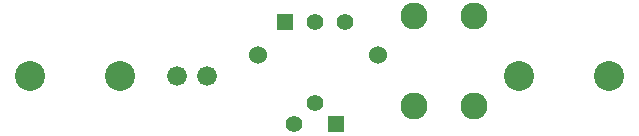
<source format=gbs>
G04 (created by PCBNEW (2013-07-07 BZR 4022)-stable) date 10/30/2014 10:02:59 AM*
%MOIN*%
G04 Gerber Fmt 3.4, Leading zero omitted, Abs format*
%FSLAX34Y34*%
G01*
G70*
G90*
G04 APERTURE LIST*
%ADD10C,0.00590551*%
%ADD11C,0.09*%
%ADD12C,0.1*%
%ADD13R,0.055X0.055*%
%ADD14C,0.055*%
%ADD15C,0.06*%
%ADD16C,0.066*%
G04 APERTURE END LIST*
G54D10*
G54D11*
X66300Y-47500D03*
X64300Y-47500D03*
X66300Y-44500D03*
X64300Y-44500D03*
G54D12*
X54500Y-46500D03*
X51500Y-46500D03*
X67800Y-46500D03*
X70800Y-46500D03*
G54D13*
X61707Y-48100D03*
G54D14*
X61000Y-47392D03*
X60292Y-48100D03*
G54D15*
X63100Y-45800D03*
X59100Y-45800D03*
G54D13*
X60000Y-44700D03*
G54D14*
X61000Y-44700D03*
X62000Y-44700D03*
G54D16*
X57400Y-46500D03*
X56400Y-46500D03*
M02*

</source>
